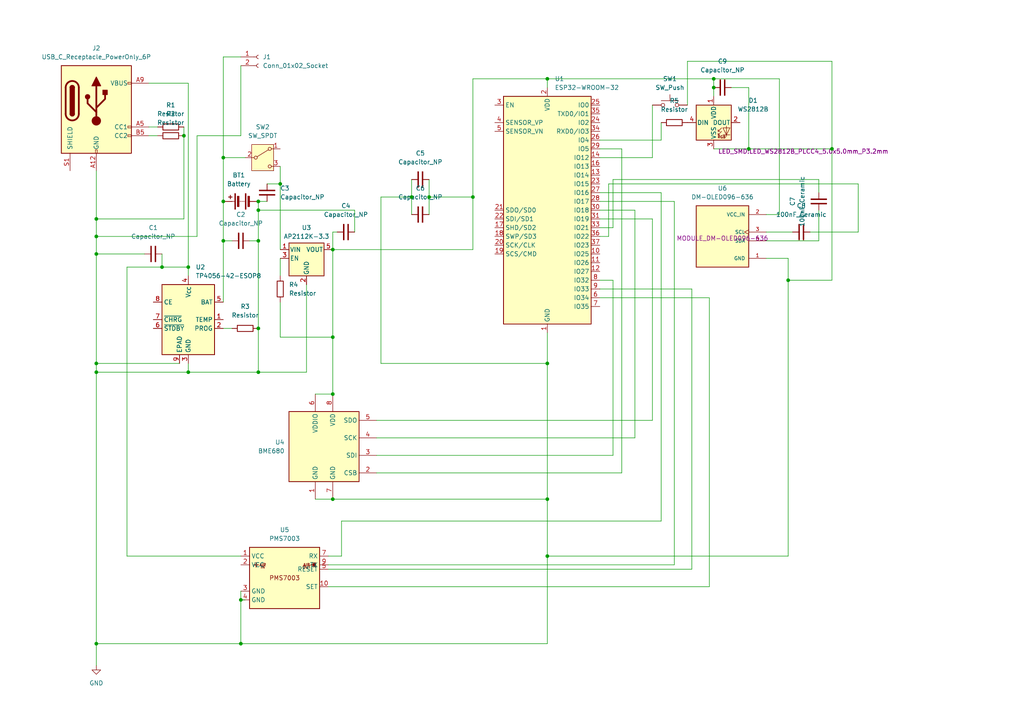
<source format=kicad_sch>
(kicad_sch (version 20250114) (generator "eeschema") (generator_version "9.0")
  (paper "A4")
  (lib_symbols
    (symbol "Battery_Management:TP4056-42-ESOP8"
      (property "Reference" "U" (at -6.604 11.684 0))
      (property "Value" "TP4056-42-ESOP8" (at 10.16 11.684 0))
      (symbol "TP4056-42-ESOP8_1_0"
        (pin input line (at -10.16 5.08 0) (length 2.54) (name "CE") (number "8"))
        (pin open_collector line (at -10.16 0 0) (length 2.54) (name "~{CHRG}") (number "7"))
        (pin open_collector line (at -10.16 -2.54 0) (length 2.54) (name "~{STDBY}") (number "6"))
        (pin passive line (at -2.54 -12.7 90) (length 2.54) (name "EPAD") (number "9"))
        (pin power_in line (at 0 12.7 270) (length 2.54) (name "V_{CC}") (number "4"))
        (pin power_in line (at 0 -12.7 90) (length 2.54) (name "GND") (number "3"))
        (pin power_out line (at 10.16 5.08 180) (length 2.54) (name "BAT") (number "5"))
        (pin input line (at 10.16 0 180) (length 2.54) (name "TEMP") (number "1"))
        (pin passive line (at 10.16 -2.54 180) (length 2.54) (name "PROG") (number "2"))
      )
      (symbol "TP4056-42-ESOP8_1_1"
        (rectangle (start -7.62 10.16) (end 7.62 -10.16) (stroke (width 0.254)) (fill (type background)))
      )
    )
    (symbol "Connector:Conn_01x02_Socket" (pin_names (offset 1.016) (hide yes))
      (property "Reference" "J" (at 0 2.54 0))
      (property "Value" "Conn_01x02_Socket" (at 0 -5.08 0))
      (symbol "Conn_01x02_Socket_1_1"
        (polyline (pts (xy -1.27 0) (xy -0.508 0)) (stroke (width 0.1524)))
        (polyline (pts (xy -1.27 -2.54) (xy -0.508 -2.54)) (stroke (width 0.1524)))
        (arc (start 0 -0.508) (mid -0.5058 0) (end 0 0.508) (stroke (width 0.1524)))
        (arc (start 0 -3.048) (mid -0.5058 -2.54) (end 0 -2.032) (stroke (width 0.1524)))
        (pin passive line (at -5.08 0 0) (length 3.81) (name "Pin_1") (number "1"))
        (pin passive line (at -5.08 -2.54 0) (length 3.81) (name "Pin_2") (number "2"))
      )
    )
    (symbol "Connector:USB_C_Receptacle_PowerOnly_6P" (pin_names (offset 1.016))
      (property "Reference" "J" (at 0 16.51 0))
      (property "Value" "USB_C_Receptacle_PowerOnly_6P" (at 0 13.97 0))
      (symbol "USB_C_Receptacle_PowerOnly_6P_0_0"
        (rectangle (start -0.254 -12.7) (end 0.254 -11.684))
        (rectangle (start 10.16 7.874) (end 9.144 7.366))
        (rectangle (start 10.16 -4.826) (end 9.144 -5.334))
        (rectangle (start 10.16 -7.366) (end 9.144 -7.874))
      )
      (symbol "USB_C_Receptacle_PowerOnly_6P_0_1"
        (rectangle (start -10.16 12.7) (end 10.16 -12.7) (stroke (width 0.254)) (fill (type background)))
        (polyline (pts (xy -8.89 -1.27) (xy -8.89 6.35)) (stroke (width 0.508)))
        (rectangle (start -7.62 -1.27) (end -6.35 6.35) (stroke (width 0.254)) (fill (type outline)))
        (arc (start -7.62 6.35) (mid -6.985 6.9823) (end -6.35 6.35) (stroke (width 0.254)))
        (arc (start -7.62 6.35) (mid -6.985 6.9823) (end -6.35 6.35) (stroke (width 0.254)) (fill (type outline)))
        (arc (start -8.89 6.35) (mid -6.985 8.2467) (end -5.08 6.35) (stroke (width 0.508)))
        (arc (start -5.08 -1.27) (mid -6.985 -3.1667) (end -8.89 -1.27) (stroke (width 0.508)))
        (arc (start -6.35 -1.27) (mid -6.985 -1.9023) (end -7.62 -1.27) (stroke (width 0.254)))
        (arc (start -6.35 -1.27) (mid -6.985 -1.9023) (end -7.62 -1.27) (stroke (width 0.254)) (fill (type outline)))
        (polyline (pts (xy -5.08 6.35) (xy -5.08 -1.27)) (stroke (width 0.508)))
        (circle (center -2.54 3.683) (radius 0.635) (stroke (width 0.254)) (fill (type outline)))
        (polyline (pts (xy -1.27 6.858) (xy 0 9.398) (xy 1.27 6.858) (xy -1.27 6.858)) (stroke (width 0.254)) (fill (type outline)))
        (polyline (pts (xy 0 0.508) (xy 2.54 3.048) (xy 2.54 4.318)) (stroke (width 0.508)))
        (polyline (pts (xy 0 -0.762) (xy -2.54 1.778) (xy -2.54 3.048)) (stroke (width 0.508)))
        (polyline (pts (xy 0 -3.302) (xy 0 6.858)) (stroke (width 0.508)))
        (circle (center 0 -3.302) (radius 1.27) (fill (type outline)))
        (rectangle (start 1.905 4.318) (end 3.175 5.588) (stroke (width 0.254)) (fill (type outline)))
      )
      (symbol "USB_C_Receptacle_PowerOnly_6P_1_1"
        (pin passive line (at -7.62 -17.78 90) (length 5.08) (name "SHIELD") (number "S1"))
        (pin passive line (at 0 -17.78 90) (length 5.08) (name "GND") (number "A12"))
        (pin passive line (at 0 -17.78 90) (length 5.08) (hide yes) (name "GND") (number "B12"))
        (pin passive line (at 15.24 7.62 180) (length 5.08) (name "VBUS") (number "A9"))
        (pin passive line (at 15.24 7.62 180) (length 5.08) (hide yes) (name "VBUS") (number "B9"))
        (pin bidirectional line (at 15.24 -5.08 180) (length 5.08) (name "CC1") (number "A5"))
        (pin bidirectional line (at 15.24 -7.62 180) (length 5.08) (name "CC2") (number "B5"))
      )
    )
    (symbol "DM-OLED096-636:DM-OLED096-636" (pin_names (offset 1.016))
      (property "Reference" "U" (at -7.62 10.922 0))
      (property "Value" "DM-OLED096-636" (at -7.62 -10.16 0))
      (symbol "DM-OLED096-636_0_0"
        (rectangle (start -7.62 -7.62) (end 7.62 10.16) (stroke (width 0.254)) (fill (type background)))
        (pin power_in line (at 12.7 7.62 180) (length 5.08) (name "VCC_IN") (number "2"))
        (pin input clock (at 12.7 2.54 180) (length 5.08) (name "SCL") (number "3"))
        (pin bidirectional line (at 12.7 0 180) (length 5.08) (name "SDA") (number "4"))
        (pin power_in line (at 12.7 -5.08 180) (length 5.08) (name "GND") (number "1"))
      )
    )
    (symbol "Device:Battery" (pin_numbers (hide yes)) (pin_names (offset 0) (hide yes))
      (property "Reference" "BT" (at 2.54 2.54 0))
      (property "Value" "Battery" (at 2.54 0 0))
      (symbol "Battery_0_1"
        (rectangle (start -2.286 1.778) (end 2.286 1.524) (fill (type outline)))
        (rectangle (start -2.286 -1.27) (end 2.286 -1.524) (fill (type outline)))
        (rectangle (start -1.524 1.016) (end 1.524 0.508) (fill (type outline)))
        (rectangle (start -1.524 -2.032) (end 1.524 -2.54) (fill (type outline)))
        (polyline (pts (xy 0 1.778) (xy 0 2.54)))
        (polyline (pts (xy 0 0) (xy 0 0.254)))
        (polyline (pts (xy 0 -0.508) (xy 0 -0.254)))
        (polyline (pts (xy 0 -1.016) (xy 0 -0.762)))
        (polyline (pts (xy 0.762 3.048) (xy 1.778 3.048)) (stroke (width 0.254)))
        (polyline (pts (xy 1.27 3.556) (xy 1.27 2.54)) (stroke (width 0.254)))
      )
      (symbol "Battery_1_1"
        (pin passive line (at 0 5.08 270) (length 2.54) (name "+") (number "1"))
        (pin passive line (at 0 -5.08 90) (length 2.54) (name "-") (number "2"))
      )
    )
    (symbol "LED:WS2812B" (pin_names (offset 0.254))
      (property "Reference" "D" (at 5.08 5.715 0))
      (property "Value" "WS2812B" (at 1.27 -5.715 0))
      (symbol "WS2812B_0_0"
        (text "RGB" (at 2.286 -4.191 0) (effects (font (size 0.762 0.762))))
      )
      (symbol "WS2812B_0_1"
        (polyline (pts (xy 1.27 -2.54) (xy 1.778 -2.54)))
        (polyline (pts (xy 1.27 -3.556) (xy 1.778 -3.556)))
        (polyline (pts (xy 2.286 -1.524) (xy 1.27 -2.54) (xy 1.27 -2.032)))
        (polyline (pts (xy 2.286 -2.54) (xy 1.27 -3.556) (xy 1.27 -3.048)))
        (polyline (pts (xy 3.683 -1.016) (xy 3.683 -3.556) (xy 3.683 -4.064)))
        (polyline (pts (xy 4.699 -1.524) (xy 2.667 -1.524) (xy 3.683 -3.556) (xy 4.699 -1.524)))
        (polyline (pts (xy 4.699 -3.556) (xy 2.667 -3.556)))
        (rectangle (start 5.08 5.08) (end -5.08 -5.08) (stroke (width 0.254)) (fill (type background)))
      )
      (symbol "WS2812B_1_1"
        (pin input line (at -7.62 0 0) (length 2.54) (name "DIN") (number "4"))
        (pin power_in line (at 0 7.62 270) (length 2.54) (name "VDD") (number "1"))
        (pin power_in line (at 0 -7.62 90) (length 2.54) (name "VSS") (number "3"))
        (pin output line (at 7.62 0 180) (length 2.54) (name "DOUT") (number "2"))
      )
    )
    (symbol "PCM_SL_Capacitors:100nF_Ceramic"
      (property "Reference" "C" (at 0 6.35 0))
      (property "Value" "100nF_Ceramic" (at 0 3.81 0))
      (symbol "100nF_Ceramic_0_1"
        (rectangle (start -0.762 2.286) (end -0.508 -2.286) (fill (type outline)))
        (rectangle (start 0.508 2.286) (end 0.762 -2.286) (fill (type outline)))
      )
      (symbol "100nF_Ceramic_1_1"
        (pin passive line (at -2.54 0 0) (length 2) (name "~") (number "1"))
        (pin input line (at 2.54 0 180) (length 2) (name "~") (number "2"))
      )
    )
    (symbol "PCM_SL_Devices:Capacitor_NP"
      (property "Reference" "C" (at 0 6.35 0))
      (property "Value" "Capacitor_NP" (at 0 3.81 0))
      (symbol "Capacitor_NP_0_1"
        (rectangle (start -0.762 2.286) (end -0.508 -2.286) (fill (type outline)))
        (rectangle (start 0.508 2.286) (end 0.762 -2.286) (fill (type outline)))
      )
      (symbol "Capacitor_NP_1_1"
        (pin passive line (at -2.54 0 0) (length 2) (name "~") (number "1"))
        (pin input line (at 2.54 0 180) (length 2) (name "~") (number "2"))
      )
    )
    (symbol "PCM_SL_Resistors:Resistor"
      (property "Reference" "R" (at 0 5.08 0))
      (property "Value" "Resistor" (at 0 2.54 0))
      (symbol "Resistor_0_1"
        (rectangle (start -2.286 0.889) (end 2.286 -0.889) (stroke (width 0.24)))
      )
      (symbol "Resistor_1_1"
        (pin passive line (at -3.81 0 0) (length 1.5) (name "") (number "1"))
        (pin passive line (at 3.81 0 180) (length 1.5) (name "~") (number "2"))
      )
    )
    (symbol "RF_Module:ESP32-WROOM-32"
      (property "Reference" "U" (at -12.7 34.29 0))
      (property "Value" "ESP32-WROOM-32" (at 1.27 34.29 0))
      (symbol "ESP32-WROOM-32_0_1"
        (rectangle (start -12.7 33.02) (end 12.7 -33.02) (stroke (width 0.254)) (fill (type background)))
      )
      (symbol "ESP32-WROOM-32_1_1"
        (pin input line (at -15.24 30.48 0) (length 2.54) (name "EN") (number "3"))
        (pin input line (at -15.24 25.4 0) (length 2.54) (name "SENSOR_VP") (number "4"))
        (pin input line (at -15.24 22.86 0) (length 2.54) (name "SENSOR_VN") (number "5"))
        (pin bidirectional line (at -15.24 0 0) (length 2.54) (name "SDO/SD0") (number "21"))
        (pin bidirectional line (at -15.24 -2.54 0) (length 2.54) (name "SDI/SD1") (number "22"))
        (pin bidirectional line (at -15.24 -5.08 0) (length 2.54) (name "SHD/SD2") (number "17"))
        (pin bidirectional line (at -15.24 -7.62 0) (length 2.54) (name "SWP/SD3") (number "18"))
        (pin bidirectional line (at -15.24 -10.16 0) (length 2.54) (name "SCK/CLK") (number "20"))
        (pin bidirectional line (at -15.24 -12.7 0) (length 2.54) (name "SCS/CMD") (number "19"))
        (pin no_connect line (at -12.7 -27.94 0) (length 2.54) (hide yes) (name "NC") (number "32"))
        (pin power_in line (at 0 35.56 270) (length 2.54) (name "VDD") (number "2"))
        (pin power_in line (at 0 -35.56 90) (length 2.54) (name "GND") (number "1"))
        (pin passive line (at 0 -35.56 90) (length 2.54) (hide yes) (name "GND") (number "15"))
        (pin passive line (at 0 -35.56 90) (length 2.54) (hide yes) (name "GND") (number "38"))
        (pin passive line (at 0 -35.56 90) (length 2.54) (hide yes) (name "GND") (number "39"))
        (pin bidirectional line (at 15.24 30.48 180) (length 2.54) (name "IO0") (number "25"))
        (pin bidirectional line (at 15.24 27.94 180) (length 2.54) (name "TXD0/IO1") (number "35"))
        (pin bidirectional line (at 15.24 25.4 180) (length 2.54) (name "IO2") (number "24"))
        (pin bidirectional line (at 15.24 22.86 180) (length 2.54) (name "RXD0/IO3") (number "34"))
        (pin bidirectional line (at 15.24 20.32 180) (length 2.54) (name "IO4") (number "26"))
        (pin bidirectional line (at 15.24 17.78 180) (length 2.54) (name "IO5") (number "29"))
        (pin bidirectional line (at 15.24 15.24 180) (length 2.54) (name "IO12") (number "14"))
        (pin bidirectional line (at 15.24 12.7 180) (length 2.54) (name "IO13") (number "16"))
        (pin bidirectional line (at 15.24 10.16 180) (length 2.54) (name "IO14") (number "13"))
        (pin bidirectional line (at 15.24 7.62 180) (length 2.54) (name "IO15") (number "23"))
        (pin bidirectional line (at 15.24 5.08 180) (length 2.54) (name "IO16") (number "27"))
        (pin bidirectional line (at 15.24 2.54 180) (length 2.54) (name "IO17") (number "28"))
        (pin bidirectional line (at 15.24 0 180) (length 2.54) (name "IO18") (number "30"))
        (pin bidirectional line (at 15.24 -2.54 180) (length 2.54) (name "IO19") (number "31"))
        (pin bidirectional line (at 15.24 -5.08 180) (length 2.54) (name "IO21") (number "33"))
        (pin bidirectional line (at 15.24 -7.62 180) (length 2.54) (name "IO22") (number "36"))
        (pin bidirectional line (at 15.24 -10.16 180) (length 2.54) (name "IO23") (number "37"))
        (pin bidirectional line (at 15.24 -12.7 180) (length 2.54) (name "IO25") (number "10"))
        (pin bidirectional line (at 15.24 -15.24 180) (length 2.54) (name "IO26") (number "11"))
        (pin bidirectional line (at 15.24 -17.78 180) (length 2.54) (name "IO27") (number "12"))
        (pin bidirectional line (at 15.24 -20.32 180) (length 2.54) (name "IO32") (number "8"))
        (pin bidirectional line (at 15.24 -22.86 180) (length 2.54) (name "IO33") (number "9"))
        (pin input line (at 15.24 -25.4 180) (length 2.54) (name "IO34") (number "6"))
        (pin input line (at 15.24 -27.94 180) (length 2.54) (name "IO35") (number "7"))
      )
    )
    (symbol "Regulator_Linear:AP2112K-3.3" (pin_names (offset 0.254))
      (property "Reference" "U" (at -5.08 5.715 0))
      (property "Value" "AP2112K-3.3" (at 0 5.715 0))
      (symbol "AP2112K-3.3_0_1"
        (rectangle (start -5.08 4.445) (end 5.08 -5.08) (stroke (width 0.254)) (fill (type background)))
      )
      (symbol "AP2112K-3.3_1_1"
        (pin power_in line (at -7.62 2.54 0) (length 2.54) (name "VIN") (number "1"))
        (pin input line (at -7.62 0 0) (length 2.54) (name "EN") (number "3"))
        (pin power_in line (at 0 -7.62 90) (length 2.54) (name "GND") (number "2"))
        (pin no_connect line (at 5.08 0 180) (length 2.54) (hide yes) (name "NC") (number "4"))
        (pin power_out line (at 7.62 2.54 180) (length 2.54) (name "VOUT") (number "5"))
      )
    )
    (symbol "Sensor:BME680"
      (property "Reference" "U" (at -8.89 11.43 0))
      (property "Value" "BME680" (at 7.62 11.43 0))
      (symbol "BME680_0_1"
        (rectangle (start -10.16 10.16) (end 10.16 -10.16) (stroke (width 0.254)) (fill (type background)))
      )
      (symbol "BME680_1_1"
        (pin power_in line (at -2.54 15.24 270) (length 5.08) (name "VDDIO") (number "6"))
        (pin power_in line (at -2.54 -15.24 90) (length 5.08) (name "GND") (number "1"))
        (pin power_in line (at 2.54 15.24 270) (length 5.08) (name "VDD") (number "8"))
        (pin power_in line (at 2.54 -15.24 90) (length 5.08) (name "GND") (number "7"))
        (pin bidirectional line (at 15.24 7.62 180) (length 5.08) (name "SDO") (number "5"))
        (pin input line (at 15.24 2.54 180) (length 5.08) (name "SCK") (number "4"))
        (pin bidirectional line (at 15.24 -2.54 180) (length 5.08) (name "SDI") (number "3"))
        (pin input line (at 15.24 -7.62 180) (length 5.08) (name "CSB") (number "2"))
      )
    )
    (symbol "Switch:SW_Push" (pin_numbers (hide yes)) (pin_names (offset 1.016) (hide yes))
      (property "Reference" "SW" (at 1.27 2.54 0))
      (property "Value" "SW_Push" (at 0 -1.524 0))
      (symbol "SW_Push_0_1"
        (circle (center -2.032 0) (radius 0.508))
        (polyline (pts (xy 0 1.27) (xy 0 3.048)))
        (circle (center 2.032 0) (radius 0.508))
        (polyline (pts (xy 2.54 1.27) (xy -2.54 1.27)))
        (pin passive line (at -5.08 0 0) (length 2.54) (name "1") (number "1"))
        (pin passive line (at 5.08 0 180) (length 2.54) (name "2") (number "2"))
      )
    )
    (symbol "Switch:SW_SPDT" (pin_names (offset 0) (hide yes))
      (property "Reference" "SW" (at 0 5.08 0))
      (property "Value" "SW_SPDT" (at 0 -5.08 0))
      (symbol "SW_SPDT_0_1"
        (circle (center -2.032 0) (radius 0.4572))
        (polyline (pts (xy -1.651 0.254) (xy 1.651 2.286)))
        (circle (center 2.032 2.54) (radius 0.4572))
        (circle (center 2.032 -2.54) (radius 0.4572))
      )
      (symbol "SW_SPDT_1_1"
        (rectangle (start -3.175 3.81) (end 3.175 -3.81) (fill (type background)))
        (pin passive line (at -5.08 0 0) (length 2.54) (name "B") (number "2"))
        (pin passive line (at 5.08 2.54 180) (length 2.54) (name "A") (number "1"))
        (pin passive line (at 5.08 -2.54 180) (length 2.54) (name "C") (number "3"))
      )
    )
    (symbol "pms7003:PMS7003"
      (property "Reference" "U" (at 0 12.7 0))
      (property "Value" "PMS7003" (at 0 10.16 0))
      (symbol "PMS7003_0_1"
        (rectangle (start -10.16 8.89) (end 10.16 -8.89) (stroke (width 0.254)) (fill (type background)))
        (polyline (pts (xy -8.89 3.81) (xy -7.62 3.81)) (stroke (width 0.254)))
        (polyline (pts (xy -8.255 4.445) (xy -8.255 3.175)) (stroke (width 0.254)))
        (polyline (pts (xy 7.62 3.81) (xy 8.89 3.81)) (stroke (width 0.254)))
        (polyline (pts (xy 8.255 4.445) (xy 8.255 3.175)) (stroke (width 0.254)))
        (polyline (pts (xy 8.255 3.81) (xy 8.89 4.445) (xy 8.89 3.175) (xy 8.255 3.81)) (stroke (width 0.254)) (fill (type outline)))
        (text "AIR" (at -6.35 3.81 0) (effects (font (size 0.8 0.8))))
        (text "IN" (at -6.35 3.175 0) (effects (font (size 0.8 0.8))))
        (text "PMS7003" (at 0 0 0) (effects (font (size 1.27 1.27))))
        (text "AIR" (at 6.35 3.81 0) (effects (font (size 0.8 0.8))))
        (text "OUT" (at 6.35 3.175 0) (effects (font (size 0.8 0.8))))
      )
      (symbol "PMS7003_1_1"
        (pin power_in line (at -12.7 6.35 0) (length 2.54) (name "VCC") (number "1"))
        (pin power_in line (at -12.7 3.81 0) (length 2.54) (name "VCC") (number "2"))
        (pin power_in line (at -12.7 -3.81 0) (length 2.54) (name "GND") (number "3"))
        (pin power_in line (at -12.7 -6.35 0) (length 2.54) (name "GND") (number "4"))
        (pin no_connect line (at -2.54 -11.43 90) (length 2.54) (hide yes) (name "NC") (number "6"))
        (pin no_connect line (at 2.54 -11.43 90) (length 2.54) (hide yes) (name "NC") (number "8"))
        (pin input line (at 12.7 6.35 180) (length 2.54) (name "RX") (number "7"))
        (pin output line (at 12.7 3.81 180) (length 2.54) (name "TX") (number "9"))
        (pin input line (at 12.7 2.54 180) (length 2.54) (name "RESET") (number "5"))
        (pin bidirectional line (at 12.7 -2.54 180) (length 2.54) (name "SET") (number "10"))
      )
    )
    (symbol "power:GND" (power) (pin_numbers (hide yes)) (pin_names (offset 0) (hide yes))
      (property "Value" "GND" (at 0 -3.81 0))
      (symbol "GND_0_1"
        (polyline (pts (xy 0 0) (xy 0 -1.27) (xy 1.27 -1.27) (xy 0 -2.54) (xy -1.27 -1.27) (xy 0 -1.27)))
      )
      (symbol "GND_1_1"
        (pin power_in line (at 0 0 270) (length 0) (name "~") (number "1"))
      )
    )
  )
  (junction (at 64.77 58.42))
  (junction (at 74.93 69.85))
  (junction (at 217.17 43.18))
  (junction (at 74.93 60.96))
  (junction (at 54.61 77.47))
  (junction (at 69.85 173.99))
  (junction (at 96.52 97.79))
  (junction (at 54.61 107.95))
  (junction (at 158.75 22.86))
  (junction (at 27.94 107.95))
  (junction (at 96.52 114.3))
  (junction (at 158.75 144.78))
  (junction (at 96.52 72.39))
  (junction (at 64.77 45.72))
  (junction (at 74.93 95.25))
  (junction (at 207.01 25.4))
  (junction (at 64.77 69.85))
  (junction (at 81.28 53.34))
  (junction (at 137.16 57.15))
  (junction (at 27.94 105.41))
  (junction (at 27.94 68.58))
  (junction (at 27.94 186.69))
  (junction (at 158.75 105.41))
  (junction (at 158.75 161.29))
  (junction (at 207.01 22.86))
  (junction (at 228.6 81.28))
  (junction (at 96.52 144.78))
  (junction (at 69.85 186.69))
  (junction (at 119.38 57.15))
  (junction (at 46.99 77.47))
  (junction (at 74.93 58.42))
  (junction (at 27.94 63.5))
  (junction (at 27.94 73.66))
  (junction (at 241.3 43.18))
  (junction (at 53.34 39.37))
  (junction (at 124.46 57.15))
  (junction (at 74.93 107.95))
  (wire (pts (xy 36.83 77.47) (xy 46.99 77.47)))
  (wire (pts (xy 205.74 86.36) (xy 205.74 170.18)))
  (wire (pts (xy 74.93 58.42) (xy 74.93 60.96)))
  (wire (pts (xy 74.93 95.25) (xy 74.93 107.95)))
  (wire (pts (xy 43.18 24.13) (xy 54.61 24.13)))
  (wire (pts (xy 119.38 52.07) (xy 119.38 57.15)))
  (wire (pts (xy 74.93 107.95) (xy 54.61 107.95)))
  (wire (pts (xy 226.06 22.86) (xy 226.06 62.23)))
  (wire (pts (xy 158.75 144.78) (xy 158.75 161.29)))
  (wire (pts (xy 88.9 82.55) (xy 88.9 107.95)))
  (wire (pts (xy 173.99 86.36) (xy 205.74 86.36)))
  (wire (pts (xy 173.99 45.72) (xy 189.23 45.72)))
  (wire (pts (xy 71.12 173.99) (xy 69.85 173.99)))
  (wire (pts (xy 217.17 43.18) (xy 241.3 43.18)))
  (wire (pts (xy 74.93 58.42) (xy 77.47 58.42)))
  (wire (pts (xy 248.92 67.31) (xy 248.92 53.34)))
  (wire (pts (xy 72.39 69.85) (xy 74.93 69.85)))
  (wire (pts (xy 27.94 73.66) (xy 41.91 73.66)))
  (wire (pts (xy 195.58 58.42) (xy 173.99 58.42)))
  (wire (pts (xy 189.23 45.72) (xy 189.23 30.48)))
  (wire (pts (xy 173.99 83.82) (xy 200.66 83.82)))
  (wire (pts (xy 177.8 52.07) (xy 177.8 66.04)))
  (wire (pts (xy 177.8 66.04) (xy 173.99 66.04)))
  (wire (pts (xy 102.87 60.96) (xy 74.93 60.96)))
  (wire (pts (xy 95.25 170.18) (xy 205.74 170.18)))
  (wire (pts (xy 222.25 74.93) (xy 228.6 74.93)))
  (wire (pts (xy 195.58 163.83) (xy 195.58 58.42)))
  (wire (pts (xy 177.8 81.28) (xy 173.99 81.28)))
  (wire (pts (xy 241.3 17.78) (xy 241.3 43.18)))
  (wire (pts (xy 46.99 77.47) (xy 46.99 73.66)))
  (wire (pts (xy 158.75 186.69) (xy 69.85 186.69)))
  (wire (pts (xy 176.53 68.58) (xy 173.99 68.58)))
  (wire (pts (xy 119.38 57.15) (xy 119.38 62.23)))
  (wire (pts (xy 110.49 57.15) (xy 110.49 105.41)))
  (wire (pts (xy 96.52 144.78) (xy 158.75 144.78)))
  (wire (pts (xy 64.77 87.63) (xy 64.77 69.85)))
  (wire (pts (xy 177.8 52.07) (xy 237.49 52.07)))
  (wire (pts (xy 96.52 67.31) (xy 96.52 72.39)))
  (wire (pts (xy 64.77 45.72) (xy 71.12 45.72)))
  (wire (pts (xy 191.77 151.13) (xy 191.77 55.88)))
  (wire (pts (xy 241.3 81.28) (xy 228.6 81.28)))
  (wire (pts (xy 184.15 127) (xy 184.15 60.96)))
  (wire (pts (xy 124.46 57.15) (xy 124.46 62.23)))
  (wire (pts (xy 99.06 161.29) (xy 99.06 151.13)))
  (wire (pts (xy 69.85 173.99) (xy 69.85 186.69)))
  (wire (pts (xy 200.66 83.82) (xy 200.66 165.1)))
  (wire (pts (xy 69.85 19.05) (xy 69.85 39.37)))
  (wire (pts (xy 237.49 55.88) (xy 237.49 52.07)))
  (wire (pts (xy 64.77 69.85) (xy 67.31 69.85)))
  (wire (pts (xy 180.34 137.16) (xy 180.34 43.18)))
  (wire (pts (xy 53.34 36.83) (xy 53.34 39.37)))
  (wire (pts (xy 226.06 62.23) (xy 222.25 62.23)))
  (wire (pts (xy 189.23 121.92) (xy 189.23 63.5)))
  (wire (pts (xy 137.16 72.39) (xy 137.16 57.15)))
  (wire (pts (xy 234.95 67.31) (xy 248.92 67.31)))
  (wire (pts (xy 57.15 39.37) (xy 57.15 68.58)))
  (wire (pts (xy 158.75 161.29) (xy 158.75 186.69)))
  (wire (pts (xy 54.61 24.13) (xy 54.61 77.47)))
  (wire (pts (xy 96.52 97.79) (xy 96.52 114.3)))
  (wire (pts (xy 88.9 107.95) (xy 74.93 107.95)))
  (wire (pts (xy 180.34 43.18) (xy 173.99 43.18)))
  (wire (pts (xy 77.47 53.34) (xy 81.28 53.34)))
  (wire (pts (xy 199.39 30.48) (xy 199.39 17.78)))
  (wire (pts (xy 95.25 163.83) (xy 195.58 163.83)))
  (wire (pts (xy 64.77 16.51) (xy 64.77 45.72)))
  (wire (pts (xy 207.01 22.86) (xy 207.01 25.4)))
  (wire (pts (xy 158.75 22.86) (xy 158.75 25.4)))
  (wire (pts (xy 52.07 105.41) (xy 27.94 105.41)))
  (wire (pts (xy 54.61 77.47) (xy 54.61 80.01)))
  (wire (pts (xy 91.44 114.3) (xy 96.52 114.3)))
  (wire (pts (xy 53.34 63.5) (xy 27.94 63.5)))
  (wire (pts (xy 27.94 107.95) (xy 27.94 186.69)))
  (wire (pts (xy 191.77 40.64) (xy 191.77 35.56)))
  (wire (pts (xy 57.15 68.58) (xy 27.94 68.58)))
  (wire (pts (xy 207.01 43.18) (xy 217.17 43.18)))
  (wire (pts (xy 137.16 57.15) (xy 137.16 22.86)))
  (wire (pts (xy 27.94 49.53) (xy 27.94 63.5)))
  (wire (pts (xy 99.06 151.13) (xy 191.77 151.13)))
  (wire (pts (xy 109.22 132.08) (xy 177.8 132.08)))
  (wire (pts (xy 124.46 57.15) (xy 137.16 57.15)))
  (wire (pts (xy 222.25 67.31) (xy 229.87 67.31)))
  (wire (pts (xy 53.34 39.37) (xy 53.34 63.5)))
  (wire (pts (xy 95.25 161.29) (xy 99.06 161.29)))
  (wire (pts (xy 81.28 97.79) (xy 96.52 97.79)))
  (wire (pts (xy 207.01 22.86) (xy 226.06 22.86)))
  (wire (pts (xy 64.77 95.25) (xy 67.31 95.25)))
  (wire (pts (xy 191.77 55.88) (xy 173.99 55.88)))
  (wire (pts (xy 241.3 43.18) (xy 241.3 81.28)))
  (wire (pts (xy 137.16 22.86) (xy 158.75 22.86)))
  (wire (pts (xy 124.46 52.07) (xy 124.46 57.15)))
  (wire (pts (xy 109.22 127) (xy 184.15 127)))
  (wire (pts (xy 64.77 45.72) (xy 64.77 58.42)))
  (wire (pts (xy 81.28 53.34) (xy 81.28 72.39)))
  (wire (pts (xy 54.61 107.95) (xy 54.61 105.41)))
  (wire (pts (xy 119.38 57.15) (xy 110.49 57.15)))
  (wire (pts (xy 212.09 25.4) (xy 217.17 25.4)))
  (wire (pts (xy 97.79 67.31) (xy 96.52 67.31)))
  (wire (pts (xy 158.75 105.41) (xy 158.75 144.78)))
  (wire (pts (xy 109.22 121.92) (xy 189.23 121.92)))
  (wire (pts (xy 27.94 73.66) (xy 27.94 105.41)))
  (wire (pts (xy 96.52 72.39) (xy 96.52 97.79)))
  (wire (pts (xy 64.77 69.85) (xy 64.77 58.42)))
  (wire (pts (xy 158.75 96.52) (xy 158.75 105.41)))
  (wire (pts (xy 27.94 105.41) (xy 27.94 107.95)))
  (wire (pts (xy 54.61 107.95) (xy 27.94 107.95)))
  (wire (pts (xy 27.94 68.58) (xy 27.94 73.66)))
  (wire (pts (xy 110.49 105.41) (xy 158.75 105.41)))
  (wire (pts (xy 109.22 137.16) (xy 180.34 137.16)))
  (wire (pts (xy 189.23 63.5) (xy 173.99 63.5)))
  (wire (pts (xy 81.28 74.93) (xy 81.28 80.01)))
  (wire (pts (xy 43.18 36.83) (xy 45.72 36.83)))
  (wire (pts (xy 158.75 22.86) (xy 207.01 22.86)))
  (wire (pts (xy 102.87 67.31) (xy 102.87 60.96)))
  (wire (pts (xy 158.75 161.29) (xy 228.6 161.29)))
  (wire (pts (xy 43.18 39.37) (xy 45.72 39.37)))
  (wire (pts (xy 27.94 186.69) (xy 27.94 193.04)))
  (wire (pts (xy 176.53 53.34) (xy 176.53 68.58)))
  (wire (pts (xy 222.25 69.85) (xy 237.49 69.85)))
  (wire (pts (xy 199.39 17.78) (xy 241.3 17.78)))
  (wire (pts (xy 74.93 69.85) (xy 74.93 95.25)))
  (wire (pts (xy 69.85 39.37) (xy 57.15 39.37)))
  (wire (pts (xy 27.94 63.5) (xy 27.94 68.58)))
  (wire (pts (xy 248.92 53.34) (xy 176.53 53.34)))
  (wire (pts (xy 200.66 165.1) (xy 95.25 165.1)))
  (wire (pts (xy 81.28 87.63) (xy 81.28 97.79)))
  (wire (pts (xy 46.99 77.47) (xy 54.61 77.47)))
  (wire (pts (xy 177.8 132.08) (xy 177.8 81.28)))
  (wire (pts (xy 217.17 25.4) (xy 217.17 43.18)))
  (wire (pts (xy 81.28 48.26) (xy 81.28 53.34)))
  (wire (pts (xy 69.85 186.69) (xy 27.94 186.69)))
  (wire (pts (xy 228.6 74.93) (xy 228.6 81.28)))
  (wire (pts (xy 228.6 81.28) (xy 228.6 161.29)))
  (wire (pts (xy 96.52 72.39) (xy 137.16 72.39)))
  (wire (pts (xy 69.85 171.45) (xy 69.85 173.99)))
  (wire (pts (xy 207.01 25.4) (xy 207.01 27.94)))
  (wire (pts (xy 36.83 161.29) (xy 69.85 161.29)))
  (wire (pts (xy 74.93 60.96) (xy 74.93 69.85)))
  (wire (pts (xy 36.83 77.47) (xy 36.83 161.29)))
  (wire (pts (xy 184.15 60.96) (xy 173.99 60.96)))
  (wire (pts (xy 237.49 69.85) (xy 237.49 60.96)))
  (wire (pts (xy 173.99 40.64) (xy 191.77 40.64)))
  (wire (pts (xy 69.85 16.51) (xy 64.77 16.51)))
  (wire (pts (xy 91.44 144.78) (xy 96.52 144.78)))
  (symbol (lib_id "PCM_SL_Resistors:Resistor") (at 49.53 36.83 0) (unit 1)
    (property "Reference" "R1" (at 49.53 30.48 0))
    (property "Value" "Resistor" (at 49.53 33.02 0))
    (property "Footprint" "Resistor_THT:R_Axial_DIN0207_L6.3mm_D2.5mm_P10.16mm_Horizontal" (effects (hide yes)))
    (property "Description" "1/4W Resistor" (effects (hide yes)))
  )
  (symbol (lib_id "PCM_SL_Devices:Capacitor_NP") (at 69.85 69.85 0) (unit 1)
    (property "Reference" "C2" (at 69.85 62.23 0))
    (property "Value" "Capacitor_NP" (at 69.85 64.77 0))
    (property "Footprint" "Capacitor_THT:C_Disc_D3.0mm_W2.0mm_P2.50mm" (effects (hide yes)))
    (property "Description" "Unpolarized Capacitor" (effects (hide yes)))
  )
  (symbol (lib_id "PCM_SL_Devices:Capacitor_NP") (at 121.92 62.23 0) (unit 1)
    (property "Reference" "C6" (at 121.92 54.61 0))
    (property "Value" "Capacitor_NP" (at 121.92 57.15 0))
    (property "Footprint" "Capacitor_THT:C_Disc_D3.0mm_W2.0mm_P2.50mm" (effects (hide yes)))
    (property "Description" "Unpolarized Capacitor" (effects (hide yes)))
  )
  (symbol (lib_id "DM-OLED096-636:DM-OLED096-636") (at 209.55 69.85 0) (unit 1)
    (property "Reference" "U6" (at 209.55 54.61 0))
    (property "Value" "DM-OLED096-636" (at 209.55 57.15 0))
    (property "Footprint" "MODULE_DM-OLED096-636" (at 209.55 69.85 0) (effects (justify bottom)))
    (property "MF" "Display Module" (effects (hide yes)))
    (property "MAXIMUM_PACKAGE_HEIGHT" "11.3 mm" (effects (hide yes)))
    (property "Package" "Package" (effects (hide yes)))
    (property "Price" "None" (effects (hide yes)))
    (property "Check_prices" "https://www.snapeda.com/parts/DM-OLED096-636/Display+Module/view-part/?ref=eda" (effects (hide yes)))
    (property "STANDARD" "Manufacturer Recommendations" (effects (hide yes)))
    (property "PARTREV" "2018-09-10" (effects (hide yes)))
    (property "SnapEDA_Link" "https://www.snapeda.com/parts/DM-OLED096-636/Display+Module/view-part/?ref=snap" (effects (hide yes)))
    (property "MP" "DM-OLED096-636" (effects (hide yes)))
    (property "Description_1" "0.96” 128 X 64 MONOCHROME GRAPHIC OLED DISPLAY MODULE - I2C" (effects (hide yes)))
    (property "Availability" "Not in stock" (effects (hide yes)))
    (property "MANUFACTURER" "Displaymodule" (effects (hide yes)))
  )
  (symbol (lib_id "PCM_SL_Devices:Capacitor_NP") (at 100.33 67.31 0) (unit 1)
    (property "Reference" "C4" (at 100.33 59.69 0))
    (property "Value" "Capacitor_NP" (at 100.33 62.23 0))
    (property "Footprint" "Capacitor_THT:C_Disc_D3.0mm_W2.0mm_P2.50mm" (effects (hide yes)))
    (property "Description" "Unpolarized Capacitor" (effects (hide yes)))
  )
  (symbol (lib_id "PCM_SL_Devices:Capacitor_NP") (at 77.47 55.88 90) (unit 1)
    (property "Reference" "C3" (at 81.28 54.6099 90) (effects (justify right)))
    (property "Value" "Capacitor_NP" (at 81.28 57.1499 90) (effects (justify right)))
    (property "Footprint" "Capacitor_THT:C_Disc_D3.0mm_W2.0mm_P2.50mm" (effects (hide yes)))
    (property "Description" "Unpolarized Capacitor" (effects (hide yes)))
  )
  (symbol (lib_id "PCM_SL_Resistors:Resistor") (at 195.58 35.56 0) (unit 1)
    (property "Reference" "R5" (at 195.58 29.21 0))
    (property "Value" "Resistor" (at 195.58 31.75 0))
    (property "Footprint" "Resistor_THT:R_Axial_DIN0207_L6.3mm_D2.5mm_P10.16mm_Horizontal" (effects (hide yes)))
    (property "Description" "1/4W Resistor" (effects (hide yes)))
  )
  (symbol (lib_id "PCM_SL_Resistors:Resistor") (at 71.12 95.25 0) (unit 1)
    (property "Reference" "R3" (at 71.12 88.9 0))
    (property "Value" "Resistor" (at 71.12 91.44 0))
    (property "Footprint" "Resistor_THT:R_Axial_DIN0207_L6.3mm_D2.5mm_P10.16mm_Horizontal" (effects (hide yes)))
    (property "Description" "1/4W Resistor" (effects (hide yes)))
  )
  (symbol (lib_id "Sensor:BME680") (at 93.98 129.54 0) (unit 1)
    (property "Reference" "U4" (at 82.55 128.2699 0) (effects (justify right)))
    (property "Value" "BME680" (at 82.55 130.8099 0) (effects (justify right)))
    (property "Footprint" "Package_LGA:Bosch_LGA-8_3x3mm_P0.8mm_ClockwisePinNumbering" (effects (hide yes)))
    (property "Datasheet" "https://ae-bst.resource.bosch.com/media/_tech/media/datasheets/BST-BME680-DS001.pdf" (effects (hide yes)))
    (property "Description" "4-in-1 sensor, gas, humidity, pressure, temperature, I2C and SPI interface, 1.71-3.6V, LGA-8" (effects (hide yes)))
  )
  (symbol (lib_id "pms7003:PMS7003") (at 82.55 167.64 0) (unit 1)
    (property "Reference" "U5" (at 82.55 153.67 0))
    (property "Value" "PMS7003" (at 82.55 156.21 0))
    (property "Footprint" "CustomComponents:pms7003" (effects (hide yes)))
    (property "Datasheet" "https://www.plantower.com/en/content/?108.html" (effects (hide yes)))
    (property "Description" "Digital universal particle concentration sensor, PM1.0 PM2.5 PM10, UART interface" (effects (hide yes)))
  )
  (symbol (lib_id "power:GND") (at 27.94 193.04 0) (unit 1)
    (property "Reference" "#PWR01" (effects (hide yes)))
    (property "Value" "GND" (at 27.94 198.12 0))
    (property "Description" "Power symbol creates a global label with name \"GND\" , ground" (effects (hide yes)))
  )
  (symbol (lib_id "PCM_SL_Devices:Capacitor_NP") (at 44.45 73.66 0) (unit 1)
    (property "Reference" "C1" (at 44.45 66.04 0))
    (property "Value" "Capacitor_NP" (at 44.45 68.58 0))
    (property "Footprint" "Capacitor_THT:C_Disc_D3.0mm_W2.0mm_P2.50mm" (effects (hide yes)))
    (property "Description" "Unpolarized Capacitor" (effects (hide yes)))
  )
  (symbol (lib_id "Regulator_Linear:AP2112K-3.3") (at 88.9 74.93 0) (unit 1)
    (property "Reference" "U3" (at 88.9 66.04 0))
    (property "Value" "AP2112K-3.3" (at 88.9 68.58 0))
    (property "Footprint" "Package_TO_SOT_SMD:SOT-23-5" (effects (hide yes)))
    (property "Datasheet" "https://www.diodes.com/assets/Datasheets/AP2112.pdf" (effects (hide yes)))
    (property "Description" "600mA low dropout linear regulator, with enable pin, 3.8V-6V input voltage range, 3.3V fixed positive output, SOT-23-5" (effects (hide yes)))
  )
  (symbol (lib_id "PCM_SL_Devices:Capacitor_NP") (at 121.92 52.07 0) (unit 1)
    (property "Reference" "C5" (at 121.92 44.45 0))
    (property "Value" "Capacitor_NP" (at 121.92 46.99 0))
    (property "Footprint" "Capacitor_THT:C_Disc_D3.0mm_W2.0mm_P2.50mm" (effects (hide yes)))
    (property "Description" "Unpolarized Capacitor" (effects (hide yes)))
  )
  (symbol (lib_id "PCM_SL_Resistors:Resistor") (at 49.53 39.37 0) (unit 1)
    (property "Reference" "R2" (at 49.53 33.02 0))
    (property "Value" "Resistor" (at 49.53 35.56 0))
    (property "Footprint" "Resistor_THT:R_Axial_DIN0207_L6.3mm_D2.5mm_P10.16mm_Horizontal" (effects (hide yes)))
    (property "Description" "1/4W Resistor" (effects (hide yes)))
  )
  (symbol (lib_id "Switch:SW_Push") (at 194.31 30.48 0) (unit 1)
    (property "Reference" "SW1" (at 194.31 22.86 0))
    (property "Value" "SW_Push" (at 194.31 25.4 0))
    (property "Footprint" "Button_Switch_SMD:SW_DIP_SPSTx01_Slide_6.7x4.1mm_W6.73mm_P2.54mm_LowProfile_JPin" (effects (hide yes)))
    (property "Description" "Push button switch, generic, two pins" (effects (hide yes)))
  )
  (symbol (lib_id "Connector:USB_C_Receptacle_PowerOnly_6P") (at 27.94 31.75 0) (unit 1)
    (property "Reference" "J2" (at 27.94 13.97 0))
    (property "Value" "USB_C_Receptacle_PowerOnly_6P" (at 27.94 16.51 0))
    (property "Datasheet" "https://www.usb.org/sites/default/files/documents/usb_type-c.zip" (effects (hide yes)))
    (property "Description" "USB Power-Only 6P Type-C Receptacle connector" (effects (hide yes)))
  )
  (symbol (lib_id "Connector:Conn_01x02_Socket") (at 74.93 16.51 0) (unit 1)
    (property "Reference" "J1" (at 76.2 16.5099 0) (effects (justify left)))
    (property "Value" "Conn_01x02_Socket" (at 76.2 19.0499 0) (effects (justify left)))
    (property "Footprint" "Connector_JST:JST_PH_B2B-PH-K_1x02_P2.00mm_Vertical" (effects (hide yes)))
    (property "Description" "Generic connector, single row, 01x02, script generated" (effects (hide yes)))
  )
  (symbol (lib_id "Battery_Management:TP4056-42-ESOP8") (at 54.61 92.71 0) (unit 1)
    (property "Reference" "U2" (at 56.7533 77.47 0) (effects (justify left)))
    (property "Value" "TP4056-42-ESOP8" (at 56.7533 80.01 0) (effects (justify left)))
    (property "Footprint" "Package_SO:SOIC-8-1EP_3.9x4.9mm_P1.27mm_EP2.41x3.3mm_ThermalVias" (effects (hide yes)))
    (property "Datasheet" "https://www.lcsc.com/datasheet/lcsc_datasheet_2410121619_TOPPOWER-Nanjing-Extension-Microelectronics-TP4056-42-ESOP8_C16581.pdf" (effects (hide yes)))
    (property "Description" "1A Standalone Linear Li-ion/LiPo single-cell battery charger, 4.2V ±1% charge voltage, VCC = 4.0..8.0V, SOIC-8 (SOP-8)" (effects (hide yes)))
  )
  (symbol (lib_id "PCM_SL_Devices:Capacitor_NP") (at 209.55 25.4 0) (unit 1)
    (property "Reference" "C9" (at 209.55 17.78 0))
    (property "Value" "Capacitor_NP" (at 209.55 20.32 0))
    (property "Footprint" "Capacitor_THT:C_Disc_D3.0mm_W2.0mm_P2.50mm" (effects (hide yes)))
    (property "Description" "Unpolarized Capacitor" (effects (hide yes)))
  )
  (symbol (lib_id "Switch:SW_SPDT") (at 76.2 45.72 0) (unit 1)
    (property "Reference" "SW2" (at 76.2 36.83 0))
    (property "Value" "SW_SPDT" (at 76.2 39.37 0))
    (property "Footprint" "Button_Switch_SMD:SW_SPDT_CK_JS102011SAQN" (effects (hide yes)))
    (property "Description" "Switch, single pole double throw" (effects (hide yes)))
  )
  (symbol (lib_id "RF_Module:ESP32-WROOM-32") (at 158.75 60.96 0) (unit 1)
    (property "Reference" "U1" (at 160.8933 22.86 0) (effects (justify left)))
    (property "Value" "ESP32-WROOM-32" (at 160.8933 25.4 0) (effects (justify left)))
    (property "Footprint" "RF_Module:ESP32-WROOM-32" (effects (hide yes)))
    (property "Datasheet" "https://www.espressif.com/sites/default/files/documentation/esp32-wroom-32_datasheet_en.pdf" (effects (hide yes)))
    (property "Description" "RF Module, ESP32-D0WDQ6 SoC, Wi-Fi 802.11b/g/n, Bluetooth, BLE, 32-bit, 2.7-3.6V, onboard antenna, SMD" (effects (hide yes)))
  )
  (symbol (lib_id "LED:WS2812B") (at 207.01 35.56 0) (unit 1)
    (property "Reference" "D1" (at 218.44 29.1398 0))
    (property "Value" "WS2812B" (at 218.44 31.6798 0))
    (property "Footprint" "LED_SMD:LED_WS2812B_PLCC4_5.0x5.0mm_P3.2mm" (at 208.28 43.18 0) (effects (justify left top)))
    (property "Datasheet" "https://cdn-shop.adafruit.com/datasheets/WS2812B.pdf" (effects (hide yes)))
    (property "Description" "RGB LED with integrated controller" (effects (hide yes)))
  )
  (symbol (lib_id "Device:Battery") (at 69.85 58.42 90) (unit 1)
    (property "Reference" "BT1" (at 69.2785 50.8 90))
    (property "Value" "Battery" (at 69.2785 53.34 90))
    (property "Description" "Multiple-cell battery" (effects (hide yes)))
  )
  (symbol (lib_id "PCM_SL_Capacitors:100nF_Ceramic") (at 232.41 67.31 0) (unit 1)
    (property "Reference" "C8" (at 232.41 59.69 0))
    (property "Value" "100nF_Ceramic" (at 232.41 62.23 0))
    (property "Footprint" "Capacitor_THT:C_Disc_D5.0mm_W2.5mm_P2.50mm" (effects (hide yes)))
    (property "Description" "100nF Ceramic Capacitor" (effects (hide yes)))
  )
  (symbol (lib_id "PCM_SL_Capacitors:100nF_Ceramic") (at 237.49 58.42 90) (unit 1)
    (property "Reference" "C7" (at 229.87 58.42 0))
    (property "Value" "100nF_Ceramic" (at 232.664 58.42 0))
    (property "Footprint" "Capacitor_THT:C_Disc_D5.0mm_W2.5mm_P2.50mm" (effects (hide yes)))
    (property "Description" "100nF Ceramic Capacitor" (effects (hide yes)))
  )
  (symbol (lib_id "PCM_SL_Resistors:Resistor") (at 81.28 83.82 90) (unit 1)
    (property "Reference" "R4" (at 83.82 82.5499 90) (effects (justify right)))
    (property "Value" "Resistor" (at 83.82 85.0899 90) (effects (justify right)))
    (property "Footprint" "Resistor_THT:R_Axial_DIN0207_L6.3mm_D2.5mm_P10.16mm_Horizontal" (effects (hide yes)))
    (property "Description" "1/4W Resistor" (effects (hide yes)))
  )
)
</source>
